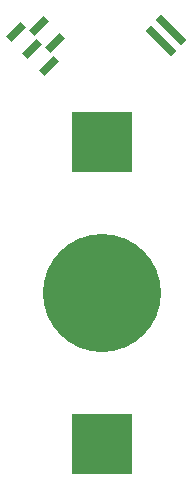
<source format=gbr>
%TF.GenerationSoftware,KiCad,Pcbnew,8.0.3*%
%TF.CreationDate,2024-08-14T20:25:55-04:00*%
%TF.ProjectId,KarmothDiceRoller_V1,4b61726d-6f74-4684-9469-6365526f6c6c,rev?*%
%TF.SameCoordinates,Original*%
%TF.FileFunction,Soldermask,Bot*%
%TF.FilePolarity,Negative*%
%FSLAX46Y46*%
G04 Gerber Fmt 4.6, Leading zero omitted, Abs format (unit mm)*
G04 Created by KiCad (PCBNEW 8.0.3) date 2024-08-14 20:25:55*
%MOMM*%
%LPD*%
G01*
G04 APERTURE LIST*
G04 Aperture macros list*
%AMRotRect*
0 Rectangle, with rotation*
0 The origin of the aperture is its center*
0 $1 length*
0 $2 width*
0 $3 Rotation angle, in degrees counterclockwise*
0 Add horizontal line*
21,1,$1,$2,0,0,$3*%
G04 Aperture macros list end*
%ADD10RotRect,1.750000X0.600000X45.000000*%
%ADD11RotRect,3.000000X0.650000X315.000000*%
%ADD12C,10.000000*%
%ADD13R,5.100000X5.100000*%
G04 APERTURE END LIST*
D10*
%TO.C,J4*%
X90500000Y-67500000D03*
X91030330Y-65555456D03*
X89085787Y-66085786D03*
X89616117Y-64141243D03*
X87671573Y-64671573D03*
%TD*%
D11*
%TO.C,J3*%
X99997954Y-65395980D03*
X100860624Y-64462599D03*
%TD*%
D12*
%TO.C,BT1*%
X95000000Y-86750000D03*
D13*
X95000000Y-73950000D03*
X95000000Y-99550000D03*
%TD*%
M02*

</source>
